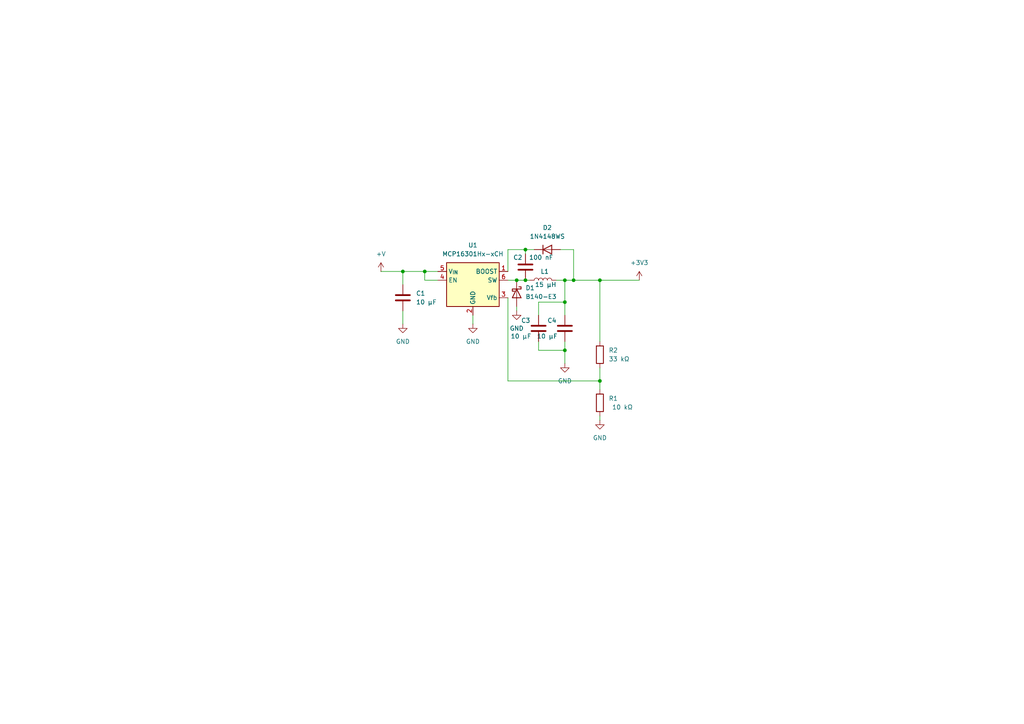
<source format=kicad_sch>
(kicad_sch (version 20231120) (generator "eeschema") (generator_version "8.0")
  (paper "A4")
  (lib_symbols
    (symbol "Device:C" (pin_numbers hide) (pin_names (offset 0.254))
      (property "Reference" "C" (at 0.635 2.54 0))
      (property "Value" "C" (at 0.635 -2.54 0))
      (symbol "C_0_1"
        (polyline (pts (xy -2.032 -0.762) (xy 2.032 -0.762)) (stroke (width 0.508)))
        (polyline (pts (xy -2.032 0.762) (xy 2.032 0.762)) (stroke (width 0.508)))
      )
      (symbol "C_1_1"
        (pin passive line (at 0 3.81 270) (length 2.794) (name "~") (number "1"))
        (pin passive line (at 0 -3.81 90) (length 2.794) (name "~") (number "2"))
      )
    )
    (symbol "Device:L" (pin_numbers hide) (pin_names (offset 1.016) hide)
      (property "Reference" "L" (at -1.27 0 90))
      (property "Value" "L" (at 1.905 0 90))
      (symbol "L_0_1"
        (arc (start 0 -2.54) (mid 0.6323 -1.905) (end 0 -1.27))
        (arc (start 0 -1.27) (mid 0.6323 -0.635) (end 0 0))
        (arc (start 0 0) (mid 0.6323 0.635) (end 0 1.27))
        (arc (start 0 1.27) (mid 0.6323 1.905) (end 0 2.54))
      )
      (symbol "L_1_1"
        (pin passive line (at 0 3.81 270) (length 1.27) (name "1") (number "1"))
        (pin passive line (at 0 -3.81 90) (length 1.27) (name "2") (number "2"))
      )
    )
    (symbol "Device:R" (pin_numbers hide) (pin_names (offset 0))
      (property "Reference" "R" (at 2.032 0 90))
      (property "Value" "R" (at 0 0 90))
      (symbol "R_0_1"
        (rectangle (start -1.016 -2.54) (end 1.016 2.54) (stroke (width 0.254)))
      )
      (symbol "R_1_1"
        (pin passive line (at 0 3.81 270) (length 1.27) (name "~") (number "1"))
        (pin passive line (at 0 -3.81 90) (length 1.27) (name "~") (number "2"))
      )
    )
    (symbol "Diode:1N4148WS" (pin_numbers hide) (pin_names hide)
      (property "Reference" "D" (at 0 2.54 0))
      (property "Value" "1N4148WS" (at 0 -2.54 0))
      (symbol "1N4148WS_0_1"
        (polyline (pts (xy -1.27 1.27) (xy -1.27 -1.27)) (stroke (width 0.254)))
        (polyline (pts (xy 1.27 0) (xy -1.27 0)))
        (polyline (pts (xy 1.27 1.27) (xy 1.27 -1.27) (xy -1.27 0) (xy 1.27 1.27)) (stroke (width 0.254)))
      )
      (symbol "1N4148WS_1_1"
        (pin passive line (at -3.81 0 0) (length 2.54) (name "K") (number "1"))
        (pin passive line (at 3.81 0 180) (length 2.54) (name "A") (number "2"))
      )
    )
    (symbol "Diode:B140-E3" (pin_numbers hide) (pin_names hide)
      (property "Reference" "D" (at 0 2.54 0))
      (property "Value" "B140-E3" (at 0 -2.54 0))
      (symbol "B140-E3_0_1"
        (polyline (pts (xy 1.27 0) (xy -1.27 0)))
        (polyline (pts (xy 1.27 1.27) (xy 1.27 -1.27) (xy -1.27 0) (xy 1.27 1.27)) (stroke (width 0.254)))
        (polyline (pts (xy -1.905 0.635) (xy -1.905 1.27) (xy -1.27 1.27) (xy -1.27 -1.27) (xy -0.635 -1.27) (xy -0.635 -0.635)) (stroke (width 0.254)))
      )
      (symbol "B140-E3_1_1"
        (pin passive line (at -3.81 0 0) (length 2.54) (name "K") (number "1"))
        (pin passive line (at 3.81 0 180) (length 2.54) (name "A") (number "2"))
      )
    )
    (symbol "Regulator_Switching:MCP16301Hx-xCH"
      (property "Reference" "U" (at -7.62 6.35 0))
      (property "Value" "MCP16301Hx-xCH" (at 0 6.35 0))
      (symbol "MCP16301Hx-xCH_0_1"
        (rectangle (start -7.62 5.08) (end 7.62 -7.62) (stroke (width 0.254)) (fill (type background)))
      )
      (symbol "MCP16301Hx-xCH_1_1"
        (pin output line (at 10.16 2.54 180) (length 2.54) (name "BOOST") (number "1"))
        (pin power_in line (at 0 -10.16 90) (length 2.54) (name "GND") (number "2"))
        (pin input line (at 10.16 -5.08 180) (length 2.54) (name "Vfb") (number "3"))
        (pin input line (at -10.16 0 0) (length 2.54) (name "EN") (number "4"))
        (pin power_in line (at -10.16 2.54 0) (length 2.54) (name "V_{IN}") (number "5"))
        (pin output line (at 10.16 0 180) (length 2.54) (name "SW") (number "6"))
      )
    )
    (symbol "power:+3V3" (power) (pin_numbers hide) (pin_names (offset 0) hide)
      (property "Value" "+3V3" (at 0 3.556 0))
      (symbol "+3V3_0_1"
        (polyline (pts (xy -0.762 1.27) (xy 0 2.54)))
        (polyline (pts (xy 0 0) (xy 0 2.54)))
        (polyline (pts (xy 0 2.54) (xy 0.762 1.27)))
      )
      (symbol "+3V3_1_1"
        (pin power_in line (at 0 0 90) (length 0) (name "~") (number "1"))
      )
    )
    (symbol "power:+V" (power) (pin_numbers hide) (pin_names (offset 0) hide)
      (property "Value" "+V" (at 0 3.556 0))
      (symbol "+V_0_1"
        (polyline (pts (xy -0.762 1.27) (xy 0 2.54)))
        (polyline (pts (xy 0 0) (xy 0 2.54)))
        (polyline (pts (xy 0 2.54) (xy 0.762 1.27)))
      )
      (symbol "+V_1_1"
        (pin power_in line (at 0 0 90) (length 0) (name "~") (number "1"))
      )
    )
    (symbol "power:GND" (power) (pin_numbers hide) (pin_names (offset 0) hide)
      (property "Value" "GND" (at 0 -3.81 0))
      (symbol "GND_0_1"
        (polyline (pts (xy 0 0) (xy 0 -1.27) (xy 1.27 -1.27) (xy 0 -2.54) (xy -1.27 -1.27) (xy 0 -1.27)))
      )
      (symbol "GND_1_1"
        (pin power_in line (at 0 0 270) (length 0) (name "~") (number "1"))
      )
    )
  )
  (junction (at 123.19 78.74))
  (junction (at 166.37 81.28))
  (junction (at 116.84 78.74))
  (junction (at 173.99 110.49))
  (junction (at 173.99 81.28))
  (junction (at 152.4 81.28))
  (junction (at 149.86 81.28))
  (junction (at 163.83 81.28))
  (junction (at 152.4 72.39))
  (junction (at 163.83 87.63))
  (junction (at 163.83 101.6))
  (wire (pts (xy 156.21 87.63) (xy 156.21 91.44)))
  (wire (pts (xy 166.37 72.39) (xy 166.37 81.28)))
  (wire (pts (xy 173.99 81.28) (xy 173.99 99.06)))
  (wire (pts (xy 156.21 101.6) (xy 163.83 101.6)))
  (wire (pts (xy 110.49 78.74) (xy 116.84 78.74)))
  (wire (pts (xy 147.32 78.74) (xy 147.32 72.39)))
  (wire (pts (xy 147.32 86.36) (xy 147.32 110.49)))
  (wire (pts (xy 116.84 78.74) (xy 123.19 78.74)))
  (wire (pts (xy 173.99 106.68) (xy 173.99 110.49)))
  (wire (pts (xy 123.19 81.28) (xy 127 81.28)))
  (wire (pts (xy 149.86 90.17) (xy 149.86 88.9)))
  (wire (pts (xy 161.29 81.28) (xy 163.83 81.28)))
  (wire (pts (xy 163.83 81.28) (xy 166.37 81.28)))
  (wire (pts (xy 156.21 99.06) (xy 156.21 101.6)))
  (wire (pts (xy 123.19 78.74) (xy 123.19 81.28)))
  (wire (pts (xy 162.56 72.39) (xy 166.37 72.39)))
  (wire (pts (xy 173.99 121.92) (xy 173.99 120.65)))
  (wire (pts (xy 152.4 72.39) (xy 152.4 73.66)))
  (wire (pts (xy 163.83 87.63) (xy 163.83 91.44)))
  (wire (pts (xy 116.84 78.74) (xy 116.84 82.55)))
  (wire (pts (xy 173.99 81.28) (xy 185.42 81.28)))
  (wire (pts (xy 152.4 72.39) (xy 154.94 72.39)))
  (wire (pts (xy 163.83 101.6) (xy 163.83 105.41)))
  (wire (pts (xy 163.83 81.28) (xy 163.83 87.63)))
  (wire (pts (xy 163.83 87.63) (xy 156.21 87.63)))
  (wire (pts (xy 163.83 99.06) (xy 163.83 101.6)))
  (wire (pts (xy 147.32 72.39) (xy 152.4 72.39)))
  (wire (pts (xy 147.32 110.49) (xy 173.99 110.49)))
  (wire (pts (xy 116.84 93.98) (xy 116.84 90.17)))
  (wire (pts (xy 166.37 81.28) (xy 173.99 81.28)))
  (wire (pts (xy 147.32 81.28) (xy 149.86 81.28)))
  (wire (pts (xy 137.16 91.44) (xy 137.16 93.98)))
  (wire (pts (xy 173.99 110.49) (xy 173.99 113.03)))
  (wire (pts (xy 123.19 78.74) (xy 127 78.74)))
  (wire (pts (xy 152.4 81.28) (xy 153.67 81.28)))
  (wire (pts (xy 149.86 81.28) (xy 152.4 81.28)))
  (symbol (lib_id "power:GND") (at 137.16 93.98 0) (unit 1)
    (property "Reference" "#PWR06" (effects (hide yes)))
    (property "Value" "GND" (at 137.16 99.06 0))
    (property "Description" "Power symbol creates a global label with name \"GND\" , ground" (effects (hide yes)))
  )
  (symbol (lib_id "Device:C") (at 156.21 95.25 0) (unit 1)
    (property "Reference" "C3" (at 151.13 92.964 0) (effects (justify left)))
    (property "Value" "10 µF" (at 148.082 97.536 0) (effects (justify left)))
    (property "Description" "Unpolarized capacitor" (effects (hide yes)))
  )
  (symbol (lib_id "Device:C") (at 163.83 95.25 0) (unit 1)
    (property "Reference" "C4" (at 158.75 92.964 0) (effects (justify left)))
    (property "Value" "10 µF" (at 155.702 97.536 0) (effects (justify left)))
    (property "Description" "Unpolarized capacitor" (effects (hide yes)))
  )
  (symbol (lib_id "Diode:1N4148WS") (at 158.75 72.39 0) (unit 1)
    (property "Reference" "D2" (at 158.75 66.04 0))
    (property "Value" "1N4148WS" (at 158.75 68.58 0))
    (property "Footprint" "Diode_SMD:D_SOD-323" (effects (hide yes)))
    (property "Datasheet" "https://www.vishay.com/docs/85751/1n4148ws.pdf" (effects (hide yes)))
    (property "Description" "75V 0.15A Fast switching Diode, SOD-323" (effects (hide yes)))
    (property "Sim.Device" "D" (effects (hide yes)))
    (property "Sim.Pins" "1=K 2=A" (effects (hide yes)))
  )
  (symbol (lib_id "Device:C") (at 152.4 77.47 0) (unit 1)
    (property "Reference" "C2" (at 148.844 74.676 0) (effects (justify left)))
    (property "Value" "100 nF" (at 153.416 74.676 0) (effects (justify left)))
    (property "Description" "Unpolarized capacitor" (effects (hide yes)))
  )
  (symbol (lib_id "power:GND") (at 116.84 93.98 0) (unit 1)
    (property "Reference" "#PWR01" (effects (hide yes)))
    (property "Value" "GND" (at 116.84 99.06 0))
    (property "Description" "Power symbol creates a global label with name \"GND\" , ground" (effects (hide yes)))
  )
  (symbol (lib_id "Device:C") (at 116.84 86.36 0) (unit 1)
    (property "Reference" "C1" (at 120.65 85.0899 0) (effects (justify left)))
    (property "Value" "10 µF " (at 120.65 87.6299 0) (effects (justify left)))
    (property "Footprint" "Capacitor_SMD:C_0201_0603Metric" (effects (hide yes)))
    (property "Description" "Unpolarized capacitor" (effects (hide yes)))
  )
  (symbol (lib_id "Diode:B140-E3") (at 149.86 85.09 270) (unit 1)
    (property "Reference" "D1" (at 152.4 83.5024 90) (effects (justify left)))
    (property "Value" "B140-E3" (at 152.4 86.0424 90) (effects (justify left)))
    (property "Footprint" "Diode_SMD:D_SMA" (effects (hide yes)))
    (property "Datasheet" "http://www.vishay.com/docs/88946/b120.pdf" (effects (hide yes)))
    (property "Description" "40V 1A Schottky Barrier Rectifier Diode, SMA(DO-214AC)" (effects (hide yes)))
  )
  (symbol (lib_id "power:GND") (at 149.86 90.17 0) (unit 1)
    (property "Reference" "#PWR05" (effects (hide yes)))
    (property "Value" "GND" (at 149.86 95.25 0))
    (property "Description" "Power symbol creates a global label with name \"GND\" , ground" (effects (hide yes)))
  )
  (symbol (lib_id "power:+V") (at 110.49 78.74 0) (unit 1)
    (property "Reference" "#PWR02" (effects (hide yes)))
    (property "Value" "+V" (at 110.49 73.66 0))
    (property "Description" "Power symbol creates a global label with name \"+VSW\"" (effects (hide yes)))
  )
  (symbol (lib_id "Device:R") (at 173.99 102.87 0) (unit 1)
    (property "Reference" "R2" (at 176.53 101.5999 0) (effects (justify left)))
    (property "Value" "33 kΩ" (at 176.53 104.1399 0) (effects (justify left)))
    (property "Description" "Resistor" (effects (hide yes)))
  )
  (symbol (lib_id "power:GND") (at 173.99 121.92 0) (unit 1)
    (property "Reference" "#PWR04" (effects (hide yes)))
    (property "Value" "GND" (at 173.99 127 0))
    (property "Description" "Power symbol creates a global label with name \"GND\" , ground" (effects (hide yes)))
  )
  (symbol (lib_id "power:GND") (at 163.83 105.41 0) (unit 1)
    (property "Reference" "#PWR03" (effects (hide yes)))
    (property "Value" "GND" (at 163.83 110.49 0))
    (property "Description" "Power symbol creates a global label with name \"GND\" , ground" (effects (hide yes)))
  )
  (symbol (lib_id "Device:R") (at 173.99 116.84 0) (unit 1)
    (property "Reference" "R1" (at 176.53 115.5699 0) (effects (justify left)))
    (property "Value" " 10 kΩ" (at 176.53 118.1099 0) (effects (justify left)))
    (property "Description" "Resistor" (effects (hide yes)))
  )
  (symbol (lib_id "Device:L") (at 157.48 81.28 90) (unit 1)
    (property "Reference" "L1" (at 157.988 78.74 90))
    (property "Value" "15 µH " (at 158.75 82.55 90))
    (property "Description" "Inductor" (effects (hide yes)))
  )
  (symbol (lib_id "power:+3V3") (at 185.42 81.28 0) (unit 1)
    (property "Reference" "#PWR07" (effects (hide yes)))
    (property "Value" "+3V3" (at 185.42 76.2 0))
    (property "Description" "Power symbol creates a global label with name \"+3V3\"" (effects (hide yes)))
  )
  (symbol (lib_id "Regulator_Switching:MCP16301Hx-xCH") (at 137.16 81.28 0) (unit 1)
    (property "Reference" "U1" (at 137.16 71.12 0))
    (property "Value" "MCP16301Hx-xCH" (at 137.16 73.66 0))
    (property "Footprint" "Package_TO_SOT_SMD:SOT-23-6" (effects (hide yes)))
    (property "Datasheet" "http://ww1.microchip.com/downloads/en/DeviceDoc/20005004D.pdf" (effects (hide yes)))
    (property "Description" "1A, 4.7 to 36V Input, High Voltage Input integrated switch step-down regulator, SOT-23-6" (effects (hide yes)))
  )
)
</source>
